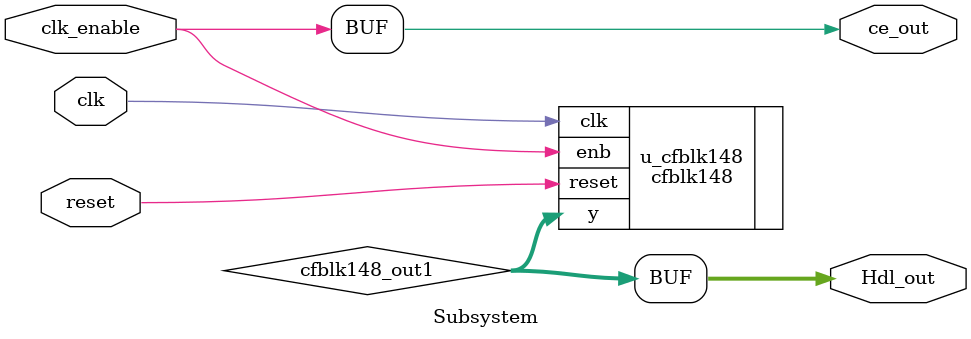
<source format=v>



`timescale 1 ns / 1 ns

module Subsystem
          (clk,
           reset,
           clk_enable,
           ce_out,
           Hdl_out);


  input   clk;
  input   reset;
  input   clk_enable;
  output  ce_out;
  output  [7:0] Hdl_out;  // uint8


  wire [7:0] cfblk148_out1;  // uint8


  cfblk148 u_cfblk148 (.clk(clk),
                       .reset(reset),
                       .enb(clk_enable),
                       .y(cfblk148_out1)  // uint8
                       );

  assign Hdl_out = cfblk148_out1;

  assign ce_out = clk_enable;

endmodule  // Subsystem


</source>
